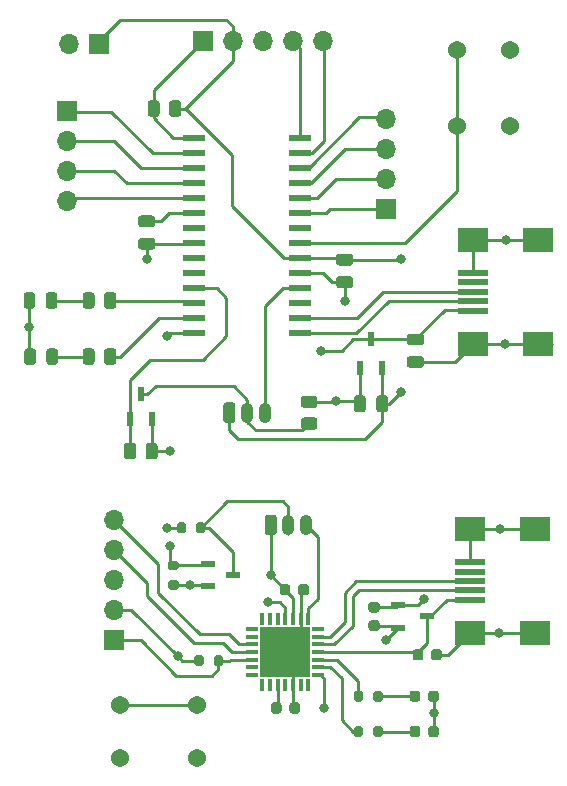
<source format=gbr>
G04 #@! TF.GenerationSoftware,KiCad,Pcbnew,(5.1.8)-1*
G04 #@! TF.CreationDate,2021-08-02T19:11:59-06:00*
G04 #@! TF.ProjectId,RCtoUSB,5243746f-5553-4422-9e6b-696361645f70,rev?*
G04 #@! TF.SameCoordinates,Original*
G04 #@! TF.FileFunction,Copper,L1,Top*
G04 #@! TF.FilePolarity,Positive*
%FSLAX46Y46*%
G04 Gerber Fmt 4.6, Leading zero omitted, Abs format (unit mm)*
G04 Created by KiCad (PCBNEW (5.1.8)-1) date 2021-08-02 19:11:59*
%MOMM*%
%LPD*%
G01*
G04 APERTURE LIST*
G04 #@! TA.AperFunction,SMDPad,CuDef*
%ADD10R,4.191000X4.191000*%
G04 #@! TD*
G04 #@! TA.AperFunction,SMDPad,CuDef*
%ADD11R,1.016000X0.304800*%
G04 #@! TD*
G04 #@! TA.AperFunction,SMDPad,CuDef*
%ADD12R,0.304800X1.016000*%
G04 #@! TD*
G04 #@! TA.AperFunction,SMDPad,CuDef*
%ADD13R,1.200000X0.600000*%
G04 #@! TD*
G04 #@! TA.AperFunction,SMDPad,CuDef*
%ADD14R,1.981200X0.558800*%
G04 #@! TD*
G04 #@! TA.AperFunction,SMDPad,CuDef*
%ADD15R,0.600000X1.200000*%
G04 #@! TD*
G04 #@! TA.AperFunction,ComponentPad*
%ADD16C,1.540000*%
G04 #@! TD*
G04 #@! TA.AperFunction,SMDPad,CuDef*
%ADD17R,1.300000X0.600000*%
G04 #@! TD*
G04 #@! TA.AperFunction,SMDPad,CuDef*
%ADD18R,0.600000X1.300000*%
G04 #@! TD*
G04 #@! TA.AperFunction,ComponentPad*
%ADD19O,1.700000X1.700000*%
G04 #@! TD*
G04 #@! TA.AperFunction,ComponentPad*
%ADD20R,1.700000X1.700000*%
G04 #@! TD*
G04 #@! TA.AperFunction,ComponentPad*
%ADD21O,1.030000X1.730000*%
G04 #@! TD*
G04 #@! TA.AperFunction,SMDPad,CuDef*
%ADD22R,2.500000X0.500000*%
G04 #@! TD*
G04 #@! TA.AperFunction,SMDPad,CuDef*
%ADD23R,2.500000X2.000000*%
G04 #@! TD*
G04 #@! TA.AperFunction,ViaPad*
%ADD24C,0.800000*%
G04 #@! TD*
G04 #@! TA.AperFunction,Conductor*
%ADD25C,0.250000*%
G04 #@! TD*
G04 APERTURE END LIST*
G04 #@! TA.AperFunction,SMDPad,CuDef*
G36*
G01*
X99175000Y-120025000D02*
X99175000Y-119475000D01*
G75*
G02*
X99375000Y-119275000I200000J0D01*
G01*
X99775000Y-119275000D01*
G75*
G02*
X99975000Y-119475000I0J-200000D01*
G01*
X99975000Y-120025000D01*
G75*
G02*
X99775000Y-120225000I-200000J0D01*
G01*
X99375000Y-120225000D01*
G75*
G02*
X99175000Y-120025000I0J200000D01*
G01*
G37*
G04 #@! TD.AperFunction*
G04 #@! TA.AperFunction,SMDPad,CuDef*
G36*
G01*
X97525000Y-120025000D02*
X97525000Y-119475000D01*
G75*
G02*
X97725000Y-119275000I200000J0D01*
G01*
X98125000Y-119275000D01*
G75*
G02*
X98325000Y-119475000I0J-200000D01*
G01*
X98325000Y-120025000D01*
G75*
G02*
X98125000Y-120225000I-200000J0D01*
G01*
X97725000Y-120225000D01*
G75*
G02*
X97525000Y-120025000I0J200000D01*
G01*
G37*
G04 #@! TD.AperFunction*
G04 #@! TA.AperFunction,SMDPad,CuDef*
G36*
G01*
X96825000Y-108225000D02*
X96825000Y-108775000D01*
G75*
G02*
X96625000Y-108975000I-200000J0D01*
G01*
X96225000Y-108975000D01*
G75*
G02*
X96025000Y-108775000I0J200000D01*
G01*
X96025000Y-108225000D01*
G75*
G02*
X96225000Y-108025000I200000J0D01*
G01*
X96625000Y-108025000D01*
G75*
G02*
X96825000Y-108225000I0J-200000D01*
G01*
G37*
G04 #@! TD.AperFunction*
G04 #@! TA.AperFunction,SMDPad,CuDef*
G36*
G01*
X98475000Y-108225000D02*
X98475000Y-108775000D01*
G75*
G02*
X98275000Y-108975000I-200000J0D01*
G01*
X97875000Y-108975000D01*
G75*
G02*
X97675000Y-108775000I0J200000D01*
G01*
X97675000Y-108225000D01*
G75*
G02*
X97875000Y-108025000I200000J0D01*
G01*
X98275000Y-108025000D01*
G75*
G02*
X98475000Y-108225000I0J-200000D01*
G01*
G37*
G04 #@! TD.AperFunction*
G04 #@! TA.AperFunction,SMDPad,CuDef*
G36*
G01*
X95475000Y-112925000D02*
X96025000Y-112925000D01*
G75*
G02*
X96225000Y-113125000I0J-200000D01*
G01*
X96225000Y-113525000D01*
G75*
G02*
X96025000Y-113725000I-200000J0D01*
G01*
X95475000Y-113725000D01*
G75*
G02*
X95275000Y-113525000I0J200000D01*
G01*
X95275000Y-113125000D01*
G75*
G02*
X95475000Y-112925000I200000J0D01*
G01*
G37*
G04 #@! TD.AperFunction*
G04 #@! TA.AperFunction,SMDPad,CuDef*
G36*
G01*
X95475000Y-111275000D02*
X96025000Y-111275000D01*
G75*
G02*
X96225000Y-111475000I0J-200000D01*
G01*
X96225000Y-111875000D01*
G75*
G02*
X96025000Y-112075000I-200000J0D01*
G01*
X95475000Y-112075000D01*
G75*
G02*
X95275000Y-111875000I0J200000D01*
G01*
X95275000Y-111475000D01*
G75*
G02*
X95475000Y-111275000I200000J0D01*
G01*
G37*
G04 #@! TD.AperFunction*
G04 #@! TA.AperFunction,SMDPad,CuDef*
G36*
G01*
X112675000Y-123025000D02*
X112675000Y-122475000D01*
G75*
G02*
X112875000Y-122275000I200000J0D01*
G01*
X113275000Y-122275000D01*
G75*
G02*
X113475000Y-122475000I0J-200000D01*
G01*
X113475000Y-123025000D01*
G75*
G02*
X113275000Y-123225000I-200000J0D01*
G01*
X112875000Y-123225000D01*
G75*
G02*
X112675000Y-123025000I0J200000D01*
G01*
G37*
G04 #@! TD.AperFunction*
G04 #@! TA.AperFunction,SMDPad,CuDef*
G36*
G01*
X111025000Y-123025000D02*
X111025000Y-122475000D01*
G75*
G02*
X111225000Y-122275000I200000J0D01*
G01*
X111625000Y-122275000D01*
G75*
G02*
X111825000Y-122475000I0J-200000D01*
G01*
X111825000Y-123025000D01*
G75*
G02*
X111625000Y-123225000I-200000J0D01*
G01*
X111225000Y-123225000D01*
G75*
G02*
X111025000Y-123025000I0J200000D01*
G01*
G37*
G04 #@! TD.AperFunction*
G04 #@! TA.AperFunction,SMDPad,CuDef*
G36*
G01*
X112675000Y-126025000D02*
X112675000Y-125475000D01*
G75*
G02*
X112875000Y-125275000I200000J0D01*
G01*
X113275000Y-125275000D01*
G75*
G02*
X113475000Y-125475000I0J-200000D01*
G01*
X113475000Y-126025000D01*
G75*
G02*
X113275000Y-126225000I-200000J0D01*
G01*
X112875000Y-126225000D01*
G75*
G02*
X112675000Y-126025000I0J200000D01*
G01*
G37*
G04 #@! TD.AperFunction*
G04 #@! TA.AperFunction,SMDPad,CuDef*
G36*
G01*
X111025000Y-126025000D02*
X111025000Y-125475000D01*
G75*
G02*
X111225000Y-125275000I200000J0D01*
G01*
X111625000Y-125275000D01*
G75*
G02*
X111825000Y-125475000I0J-200000D01*
G01*
X111825000Y-126025000D01*
G75*
G02*
X111625000Y-126225000I-200000J0D01*
G01*
X111225000Y-126225000D01*
G75*
G02*
X111025000Y-126025000I0J200000D01*
G01*
G37*
G04 #@! TD.AperFunction*
G04 #@! TA.AperFunction,SMDPad,CuDef*
G36*
G01*
X116650000Y-122493750D02*
X116650000Y-123006250D01*
G75*
G02*
X116431250Y-123225000I-218750J0D01*
G01*
X115993750Y-123225000D01*
G75*
G02*
X115775000Y-123006250I0J218750D01*
G01*
X115775000Y-122493750D01*
G75*
G02*
X115993750Y-122275000I218750J0D01*
G01*
X116431250Y-122275000D01*
G75*
G02*
X116650000Y-122493750I0J-218750D01*
G01*
G37*
G04 #@! TD.AperFunction*
G04 #@! TA.AperFunction,SMDPad,CuDef*
G36*
G01*
X118225000Y-122493750D02*
X118225000Y-123006250D01*
G75*
G02*
X118006250Y-123225000I-218750J0D01*
G01*
X117568750Y-123225000D01*
G75*
G02*
X117350000Y-123006250I0J218750D01*
G01*
X117350000Y-122493750D01*
G75*
G02*
X117568750Y-122275000I218750J0D01*
G01*
X118006250Y-122275000D01*
G75*
G02*
X118225000Y-122493750I0J-218750D01*
G01*
G37*
G04 #@! TD.AperFunction*
G04 #@! TA.AperFunction,SMDPad,CuDef*
G36*
G01*
X116650000Y-125493750D02*
X116650000Y-126006250D01*
G75*
G02*
X116431250Y-126225000I-218750J0D01*
G01*
X115993750Y-126225000D01*
G75*
G02*
X115775000Y-126006250I0J218750D01*
G01*
X115775000Y-125493750D01*
G75*
G02*
X115993750Y-125275000I218750J0D01*
G01*
X116431250Y-125275000D01*
G75*
G02*
X116650000Y-125493750I0J-218750D01*
G01*
G37*
G04 #@! TD.AperFunction*
G04 #@! TA.AperFunction,SMDPad,CuDef*
G36*
G01*
X118225000Y-125493750D02*
X118225000Y-126006250D01*
G75*
G02*
X118006250Y-126225000I-218750J0D01*
G01*
X117568750Y-126225000D01*
G75*
G02*
X117350000Y-126006250I0J218750D01*
G01*
X117350000Y-125493750D01*
G75*
G02*
X117568750Y-125275000I218750J0D01*
G01*
X118006250Y-125275000D01*
G75*
G02*
X118225000Y-125493750I0J-218750D01*
G01*
G37*
G04 #@! TD.AperFunction*
G04 #@! TA.AperFunction,SMDPad,CuDef*
G36*
G01*
X106325000Y-114000000D02*
X106325000Y-113500000D01*
G75*
G02*
X106550000Y-113275000I225000J0D01*
G01*
X107000000Y-113275000D01*
G75*
G02*
X107225000Y-113500000I0J-225000D01*
G01*
X107225000Y-114000000D01*
G75*
G02*
X107000000Y-114225000I-225000J0D01*
G01*
X106550000Y-114225000D01*
G75*
G02*
X106325000Y-114000000I0J225000D01*
G01*
G37*
G04 #@! TD.AperFunction*
G04 #@! TA.AperFunction,SMDPad,CuDef*
G36*
G01*
X104775000Y-114000000D02*
X104775000Y-113500000D01*
G75*
G02*
X105000000Y-113275000I225000J0D01*
G01*
X105450000Y-113275000D01*
G75*
G02*
X105675000Y-113500000I0J-225000D01*
G01*
X105675000Y-114000000D01*
G75*
G02*
X105450000Y-114225000I-225000J0D01*
G01*
X105000000Y-114225000D01*
G75*
G02*
X104775000Y-114000000I0J225000D01*
G01*
G37*
G04 #@! TD.AperFunction*
G04 #@! TA.AperFunction,SMDPad,CuDef*
G36*
G01*
X117575000Y-119500000D02*
X117575000Y-119000000D01*
G75*
G02*
X117800000Y-118775000I225000J0D01*
G01*
X118250000Y-118775000D01*
G75*
G02*
X118475000Y-119000000I0J-225000D01*
G01*
X118475000Y-119500000D01*
G75*
G02*
X118250000Y-119725000I-225000J0D01*
G01*
X117800000Y-119725000D01*
G75*
G02*
X117575000Y-119500000I0J225000D01*
G01*
G37*
G04 #@! TD.AperFunction*
G04 #@! TA.AperFunction,SMDPad,CuDef*
G36*
G01*
X116025000Y-119500000D02*
X116025000Y-119000000D01*
G75*
G02*
X116250000Y-118775000I225000J0D01*
G01*
X116700000Y-118775000D01*
G75*
G02*
X116925000Y-119000000I0J-225000D01*
G01*
X116925000Y-119500000D01*
G75*
G02*
X116700000Y-119725000I-225000J0D01*
G01*
X116250000Y-119725000D01*
G75*
G02*
X116025000Y-119500000I0J225000D01*
G01*
G37*
G04 #@! TD.AperFunction*
G04 #@! TA.AperFunction,SMDPad,CuDef*
G36*
G01*
X105575000Y-124000000D02*
X105575000Y-123500000D01*
G75*
G02*
X105800000Y-123275000I225000J0D01*
G01*
X106250000Y-123275000D01*
G75*
G02*
X106475000Y-123500000I0J-225000D01*
G01*
X106475000Y-124000000D01*
G75*
G02*
X106250000Y-124225000I-225000J0D01*
G01*
X105800000Y-124225000D01*
G75*
G02*
X105575000Y-124000000I0J225000D01*
G01*
G37*
G04 #@! TD.AperFunction*
G04 #@! TA.AperFunction,SMDPad,CuDef*
G36*
G01*
X104025000Y-124000000D02*
X104025000Y-123500000D01*
G75*
G02*
X104250000Y-123275000I225000J0D01*
G01*
X104700000Y-123275000D01*
G75*
G02*
X104925000Y-123500000I0J-225000D01*
G01*
X104925000Y-124000000D01*
G75*
G02*
X104700000Y-124225000I-225000J0D01*
G01*
X104250000Y-124225000D01*
G75*
G02*
X104025000Y-124000000I0J225000D01*
G01*
G37*
G04 #@! TD.AperFunction*
G04 #@! TA.AperFunction,SMDPad,CuDef*
G36*
G01*
X113000000Y-115675000D02*
X112500000Y-115675000D01*
G75*
G02*
X112275000Y-115450000I0J225000D01*
G01*
X112275000Y-115000000D01*
G75*
G02*
X112500000Y-114775000I225000J0D01*
G01*
X113000000Y-114775000D01*
G75*
G02*
X113225000Y-115000000I0J-225000D01*
G01*
X113225000Y-115450000D01*
G75*
G02*
X113000000Y-115675000I-225000J0D01*
G01*
G37*
G04 #@! TD.AperFunction*
G04 #@! TA.AperFunction,SMDPad,CuDef*
G36*
G01*
X113000000Y-117225000D02*
X112500000Y-117225000D01*
G75*
G02*
X112275000Y-117000000I0J225000D01*
G01*
X112275000Y-116550000D01*
G75*
G02*
X112500000Y-116325000I225000J0D01*
G01*
X113000000Y-116325000D01*
G75*
G02*
X113225000Y-116550000I0J-225000D01*
G01*
X113225000Y-117000000D01*
G75*
G02*
X113000000Y-117225000I-225000J0D01*
G01*
G37*
G04 #@! TD.AperFunction*
D10*
X105250000Y-119000000D03*
D11*
X102456000Y-120949999D03*
X102456000Y-120300000D03*
X102456000Y-119649999D03*
X102456000Y-119000000D03*
X102456000Y-118349999D03*
X102456000Y-117700000D03*
X102456000Y-117049999D03*
D12*
X103300001Y-116206000D03*
X103950000Y-116206000D03*
X104600001Y-116206000D03*
X105250000Y-116206000D03*
X105900001Y-116206000D03*
X106550000Y-116206000D03*
X107200001Y-116206000D03*
D11*
X108044000Y-117050001D03*
X108044000Y-117700000D03*
X108044000Y-118350001D03*
X108044000Y-119000000D03*
X108044000Y-119650001D03*
X108044000Y-120300000D03*
X108044000Y-120950001D03*
D12*
X107199999Y-121794000D03*
X106550000Y-121794000D03*
X105899999Y-121794000D03*
X105250000Y-121794000D03*
X104600001Y-121794000D03*
X103950000Y-121794000D03*
X103299999Y-121794000D03*
D13*
X117250000Y-116000000D03*
X114750000Y-116950000D03*
X114750000Y-115050000D03*
D14*
X106521200Y-75495000D03*
X106521200Y-76765000D03*
X106521200Y-78035000D03*
X106521200Y-79305000D03*
X106521200Y-80575000D03*
X106521200Y-81845000D03*
X106521200Y-83115000D03*
X106521200Y-84385000D03*
X106521200Y-85655000D03*
X106521200Y-86925000D03*
X106521200Y-88195000D03*
X106521200Y-89465000D03*
X106521200Y-90735000D03*
X106521200Y-92005000D03*
X97478800Y-92005000D03*
X97478800Y-90735000D03*
X97478800Y-89465000D03*
X97478800Y-88195000D03*
X97478800Y-86925000D03*
X97478800Y-85655000D03*
X97478800Y-84385000D03*
X97478800Y-83115000D03*
X97478800Y-81845000D03*
X97478800Y-80575000D03*
X97478800Y-79305000D03*
X97478800Y-78035000D03*
X97478800Y-76765000D03*
X97478800Y-75495000D03*
D15*
X112500000Y-92500000D03*
X113450000Y-95000000D03*
X111550000Y-95000000D03*
D16*
X91250000Y-123500000D03*
X97750000Y-123500000D03*
X91250000Y-128000000D03*
X97750000Y-128000000D03*
X119750000Y-74500000D03*
X119750000Y-68000000D03*
X124250000Y-74500000D03*
X124250000Y-68000000D03*
G04 #@! TA.AperFunction,SMDPad,CuDef*
G36*
G01*
X107700002Y-98350000D02*
X106799998Y-98350000D01*
G75*
G02*
X106550000Y-98100002I0J249998D01*
G01*
X106550000Y-97574998D01*
G75*
G02*
X106799998Y-97325000I249998J0D01*
G01*
X107700002Y-97325000D01*
G75*
G02*
X107950000Y-97574998I0J-249998D01*
G01*
X107950000Y-98100002D01*
G75*
G02*
X107700002Y-98350000I-249998J0D01*
G01*
G37*
G04 #@! TD.AperFunction*
G04 #@! TA.AperFunction,SMDPad,CuDef*
G36*
G01*
X107700002Y-100175000D02*
X106799998Y-100175000D01*
G75*
G02*
X106550000Y-99925002I0J249998D01*
G01*
X106550000Y-99399998D01*
G75*
G02*
X106799998Y-99150000I249998J0D01*
G01*
X107700002Y-99150000D01*
G75*
G02*
X107950000Y-99399998I0J-249998D01*
G01*
X107950000Y-99925002D01*
G75*
G02*
X107700002Y-100175000I-249998J0D01*
G01*
G37*
G04 #@! TD.AperFunction*
G04 #@! TA.AperFunction,SMDPad,CuDef*
G36*
G01*
X93400000Y-102450002D02*
X93400000Y-101549998D01*
G75*
G02*
X93649998Y-101300000I249998J0D01*
G01*
X94175002Y-101300000D01*
G75*
G02*
X94425000Y-101549998I0J-249998D01*
G01*
X94425000Y-102450002D01*
G75*
G02*
X94175002Y-102700000I-249998J0D01*
G01*
X93649998Y-102700000D01*
G75*
G02*
X93400000Y-102450002I0J249998D01*
G01*
G37*
G04 #@! TD.AperFunction*
G04 #@! TA.AperFunction,SMDPad,CuDef*
G36*
G01*
X91575000Y-102450002D02*
X91575000Y-101549998D01*
G75*
G02*
X91824998Y-101300000I249998J0D01*
G01*
X92350002Y-101300000D01*
G75*
G02*
X92600000Y-101549998I0J-249998D01*
G01*
X92600000Y-102450002D01*
G75*
G02*
X92350002Y-102700000I-249998J0D01*
G01*
X91824998Y-102700000D01*
G75*
G02*
X91575000Y-102450002I0J249998D01*
G01*
G37*
G04 #@! TD.AperFunction*
G04 #@! TA.AperFunction,SMDPad,CuDef*
G36*
G01*
X94600000Y-72549998D02*
X94600000Y-73450002D01*
G75*
G02*
X94350002Y-73700000I-249998J0D01*
G01*
X93824998Y-73700000D01*
G75*
G02*
X93575000Y-73450002I0J249998D01*
G01*
X93575000Y-72549998D01*
G75*
G02*
X93824998Y-72300000I249998J0D01*
G01*
X94350002Y-72300000D01*
G75*
G02*
X94600000Y-72549998I0J-249998D01*
G01*
G37*
G04 #@! TD.AperFunction*
G04 #@! TA.AperFunction,SMDPad,CuDef*
G36*
G01*
X96425000Y-72549998D02*
X96425000Y-73450002D01*
G75*
G02*
X96175002Y-73700000I-249998J0D01*
G01*
X95649998Y-73700000D01*
G75*
G02*
X95400000Y-73450002I0J249998D01*
G01*
X95400000Y-72549998D01*
G75*
G02*
X95649998Y-72300000I249998J0D01*
G01*
X96175002Y-72300000D01*
G75*
G02*
X96425000Y-72549998I0J-249998D01*
G01*
G37*
G04 #@! TD.AperFunction*
G04 #@! TA.AperFunction,SMDPad,CuDef*
G36*
G01*
X89100000Y-93549998D02*
X89100000Y-94450002D01*
G75*
G02*
X88850002Y-94700000I-249998J0D01*
G01*
X88324998Y-94700000D01*
G75*
G02*
X88075000Y-94450002I0J249998D01*
G01*
X88075000Y-93549998D01*
G75*
G02*
X88324998Y-93300000I249998J0D01*
G01*
X88850002Y-93300000D01*
G75*
G02*
X89100000Y-93549998I0J-249998D01*
G01*
G37*
G04 #@! TD.AperFunction*
G04 #@! TA.AperFunction,SMDPad,CuDef*
G36*
G01*
X90925000Y-93549998D02*
X90925000Y-94450002D01*
G75*
G02*
X90675002Y-94700000I-249998J0D01*
G01*
X90149998Y-94700000D01*
G75*
G02*
X89900000Y-94450002I0J249998D01*
G01*
X89900000Y-93549998D01*
G75*
G02*
X90149998Y-93300000I249998J0D01*
G01*
X90675002Y-93300000D01*
G75*
G02*
X90925000Y-93549998I0J-249998D01*
G01*
G37*
G04 #@! TD.AperFunction*
G04 #@! TA.AperFunction,SMDPad,CuDef*
G36*
G01*
X89100000Y-88799998D02*
X89100000Y-89700002D01*
G75*
G02*
X88850002Y-89950000I-249998J0D01*
G01*
X88324998Y-89950000D01*
G75*
G02*
X88075000Y-89700002I0J249998D01*
G01*
X88075000Y-88799998D01*
G75*
G02*
X88324998Y-88550000I249998J0D01*
G01*
X88850002Y-88550000D01*
G75*
G02*
X89100000Y-88799998I0J-249998D01*
G01*
G37*
G04 #@! TD.AperFunction*
G04 #@! TA.AperFunction,SMDPad,CuDef*
G36*
G01*
X90925000Y-88799998D02*
X90925000Y-89700002D01*
G75*
G02*
X90675002Y-89950000I-249998J0D01*
G01*
X90149998Y-89950000D01*
G75*
G02*
X89900000Y-89700002I0J249998D01*
G01*
X89900000Y-88799998D01*
G75*
G02*
X90149998Y-88550000I249998J0D01*
G01*
X90675002Y-88550000D01*
G75*
G02*
X90925000Y-88799998I0J-249998D01*
G01*
G37*
G04 #@! TD.AperFunction*
D17*
X98700000Y-111550000D03*
X98700000Y-113450000D03*
X100800000Y-112500000D03*
D18*
X92050000Y-99300000D03*
X93950000Y-99300000D03*
X93000000Y-97200000D03*
D19*
X90750000Y-107840000D03*
X90750000Y-110380000D03*
X90750000Y-112920000D03*
X90750000Y-115460000D03*
D20*
X90750000Y-118000000D03*
D21*
X107000000Y-108250000D03*
X105500000Y-108250000D03*
G04 #@! TA.AperFunction,ComponentPad*
G36*
G01*
X103485000Y-108865003D02*
X103485000Y-107634997D01*
G75*
G02*
X103734997Y-107385000I249997J0D01*
G01*
X104265003Y-107385000D01*
G75*
G02*
X104515000Y-107634997I0J-249997D01*
G01*
X104515000Y-108865003D01*
G75*
G02*
X104265003Y-109115000I-249997J0D01*
G01*
X103734997Y-109115000D01*
G75*
G02*
X103485000Y-108865003I0J249997D01*
G01*
G37*
G04 #@! TD.AperFunction*
D22*
X120900000Y-111400000D03*
X120900000Y-112200000D03*
X120900000Y-113000000D03*
X120900000Y-113800000D03*
X120900000Y-114600000D03*
D23*
X120900000Y-108600000D03*
X120900000Y-117400000D03*
X126400000Y-108600000D03*
X126400000Y-117400000D03*
D22*
X121150000Y-86900000D03*
X121150000Y-87700000D03*
X121150000Y-88500000D03*
X121150000Y-89300000D03*
X121150000Y-90100000D03*
D23*
X121150000Y-84100000D03*
X121150000Y-92900000D03*
X126650000Y-84100000D03*
X126650000Y-92900000D03*
D19*
X113750000Y-73880000D03*
X113750000Y-76420000D03*
X113750000Y-78960000D03*
D20*
X113750000Y-81500000D03*
D19*
X108410000Y-67250000D03*
X105870000Y-67250000D03*
X103330000Y-67250000D03*
X100790000Y-67250000D03*
D20*
X98250000Y-67250000D03*
D21*
X103500000Y-98750000D03*
X102000000Y-98750000D03*
G04 #@! TA.AperFunction,ComponentPad*
G36*
G01*
X99985000Y-99365003D02*
X99985000Y-98134997D01*
G75*
G02*
X100234997Y-97885000I249997J0D01*
G01*
X100765003Y-97885000D01*
G75*
G02*
X101015000Y-98134997I0J-249997D01*
G01*
X101015000Y-99365003D01*
G75*
G02*
X100765003Y-99615000I-249997J0D01*
G01*
X100234997Y-99615000D01*
G75*
G02*
X99985000Y-99365003I0J249997D01*
G01*
G37*
G04 #@! TD.AperFunction*
D19*
X86750000Y-80790000D03*
X86750000Y-78250000D03*
X86750000Y-75710000D03*
D20*
X86750000Y-73170000D03*
D19*
X86960000Y-67500000D03*
D20*
X89500000Y-67500000D03*
G04 #@! TA.AperFunction,SMDPad,CuDef*
G36*
G01*
X85012500Y-94456250D02*
X85012500Y-93543750D01*
G75*
G02*
X85256250Y-93300000I243750J0D01*
G01*
X85743750Y-93300000D01*
G75*
G02*
X85987500Y-93543750I0J-243750D01*
G01*
X85987500Y-94456250D01*
G75*
G02*
X85743750Y-94700000I-243750J0D01*
G01*
X85256250Y-94700000D01*
G75*
G02*
X85012500Y-94456250I0J243750D01*
G01*
G37*
G04 #@! TD.AperFunction*
G04 #@! TA.AperFunction,SMDPad,CuDef*
G36*
G01*
X83137500Y-94456250D02*
X83137500Y-93543750D01*
G75*
G02*
X83381250Y-93300000I243750J0D01*
G01*
X83868750Y-93300000D01*
G75*
G02*
X84112500Y-93543750I0J-243750D01*
G01*
X84112500Y-94456250D01*
G75*
G02*
X83868750Y-94700000I-243750J0D01*
G01*
X83381250Y-94700000D01*
G75*
G02*
X83137500Y-94456250I0J243750D01*
G01*
G37*
G04 #@! TD.AperFunction*
G04 #@! TA.AperFunction,SMDPad,CuDef*
G36*
G01*
X84950000Y-89706250D02*
X84950000Y-88793750D01*
G75*
G02*
X85193750Y-88550000I243750J0D01*
G01*
X85681250Y-88550000D01*
G75*
G02*
X85925000Y-88793750I0J-243750D01*
G01*
X85925000Y-89706250D01*
G75*
G02*
X85681250Y-89950000I-243750J0D01*
G01*
X85193750Y-89950000D01*
G75*
G02*
X84950000Y-89706250I0J243750D01*
G01*
G37*
G04 #@! TD.AperFunction*
G04 #@! TA.AperFunction,SMDPad,CuDef*
G36*
G01*
X83075000Y-89706250D02*
X83075000Y-88793750D01*
G75*
G02*
X83318750Y-88550000I243750J0D01*
G01*
X83806250Y-88550000D01*
G75*
G02*
X84050000Y-88793750I0J-243750D01*
G01*
X84050000Y-89706250D01*
G75*
G02*
X83806250Y-89950000I-243750J0D01*
G01*
X83318750Y-89950000D01*
G75*
G02*
X83075000Y-89706250I0J243750D01*
G01*
G37*
G04 #@! TD.AperFunction*
G04 #@! TA.AperFunction,SMDPad,CuDef*
G36*
G01*
X109775000Y-87200000D02*
X110725000Y-87200000D01*
G75*
G02*
X110975000Y-87450000I0J-250000D01*
G01*
X110975000Y-87950000D01*
G75*
G02*
X110725000Y-88200000I-250000J0D01*
G01*
X109775000Y-88200000D01*
G75*
G02*
X109525000Y-87950000I0J250000D01*
G01*
X109525000Y-87450000D01*
G75*
G02*
X109775000Y-87200000I250000J0D01*
G01*
G37*
G04 #@! TD.AperFunction*
G04 #@! TA.AperFunction,SMDPad,CuDef*
G36*
G01*
X109775000Y-85300000D02*
X110725000Y-85300000D01*
G75*
G02*
X110975000Y-85550000I0J-250000D01*
G01*
X110975000Y-86050000D01*
G75*
G02*
X110725000Y-86300000I-250000J0D01*
G01*
X109775000Y-86300000D01*
G75*
G02*
X109525000Y-86050000I0J250000D01*
G01*
X109525000Y-85550000D01*
G75*
G02*
X109775000Y-85300000I250000J0D01*
G01*
G37*
G04 #@! TD.AperFunction*
G04 #@! TA.AperFunction,SMDPad,CuDef*
G36*
G01*
X115775000Y-93950000D02*
X116725000Y-93950000D01*
G75*
G02*
X116975000Y-94200000I0J-250000D01*
G01*
X116975000Y-94700000D01*
G75*
G02*
X116725000Y-94950000I-250000J0D01*
G01*
X115775000Y-94950000D01*
G75*
G02*
X115525000Y-94700000I0J250000D01*
G01*
X115525000Y-94200000D01*
G75*
G02*
X115775000Y-93950000I250000J0D01*
G01*
G37*
G04 #@! TD.AperFunction*
G04 #@! TA.AperFunction,SMDPad,CuDef*
G36*
G01*
X115775000Y-92050000D02*
X116725000Y-92050000D01*
G75*
G02*
X116975000Y-92300000I0J-250000D01*
G01*
X116975000Y-92800000D01*
G75*
G02*
X116725000Y-93050000I-250000J0D01*
G01*
X115775000Y-93050000D01*
G75*
G02*
X115525000Y-92800000I0J250000D01*
G01*
X115525000Y-92300000D01*
G75*
G02*
X115775000Y-92050000I250000J0D01*
G01*
G37*
G04 #@! TD.AperFunction*
G04 #@! TA.AperFunction,SMDPad,CuDef*
G36*
G01*
X93025000Y-83950000D02*
X93975000Y-83950000D01*
G75*
G02*
X94225000Y-84200000I0J-250000D01*
G01*
X94225000Y-84700000D01*
G75*
G02*
X93975000Y-84950000I-250000J0D01*
G01*
X93025000Y-84950000D01*
G75*
G02*
X92775000Y-84700000I0J250000D01*
G01*
X92775000Y-84200000D01*
G75*
G02*
X93025000Y-83950000I250000J0D01*
G01*
G37*
G04 #@! TD.AperFunction*
G04 #@! TA.AperFunction,SMDPad,CuDef*
G36*
G01*
X93025000Y-82050000D02*
X93975000Y-82050000D01*
G75*
G02*
X94225000Y-82300000I0J-250000D01*
G01*
X94225000Y-82800000D01*
G75*
G02*
X93975000Y-83050000I-250000J0D01*
G01*
X93025000Y-83050000D01*
G75*
G02*
X92775000Y-82800000I0J250000D01*
G01*
X92775000Y-82300000D01*
G75*
G02*
X93025000Y-82050000I250000J0D01*
G01*
G37*
G04 #@! TD.AperFunction*
G04 #@! TA.AperFunction,SMDPad,CuDef*
G36*
G01*
X112050000Y-97525000D02*
X112050000Y-98475000D01*
G75*
G02*
X111800000Y-98725000I-250000J0D01*
G01*
X111300000Y-98725000D01*
G75*
G02*
X111050000Y-98475000I0J250000D01*
G01*
X111050000Y-97525000D01*
G75*
G02*
X111300000Y-97275000I250000J0D01*
G01*
X111800000Y-97275000D01*
G75*
G02*
X112050000Y-97525000I0J-250000D01*
G01*
G37*
G04 #@! TD.AperFunction*
G04 #@! TA.AperFunction,SMDPad,CuDef*
G36*
G01*
X113950000Y-97525000D02*
X113950000Y-98475000D01*
G75*
G02*
X113700000Y-98725000I-250000J0D01*
G01*
X113200000Y-98725000D01*
G75*
G02*
X112950000Y-98475000I0J250000D01*
G01*
X112950000Y-97525000D01*
G75*
G02*
X113200000Y-97275000I250000J0D01*
G01*
X113700000Y-97275000D01*
G75*
G02*
X113950000Y-97525000I0J-250000D01*
G01*
G37*
G04 #@! TD.AperFunction*
D24*
X83500000Y-91500000D03*
X95500000Y-102000000D03*
X109500000Y-97750000D03*
X123850000Y-92900000D03*
X123900000Y-84100000D03*
X110250000Y-89250000D03*
X93500000Y-85750000D03*
X115000000Y-97000000D03*
X115000000Y-85750000D03*
X113750000Y-118000000D03*
X104000000Y-112500000D03*
X96125000Y-119375000D03*
X108250000Y-93500000D03*
X95250000Y-92250000D03*
X106500000Y-120250000D03*
X104000000Y-117750000D03*
X123350000Y-117400000D03*
X123400000Y-108600000D03*
X117787500Y-124212500D03*
X117000000Y-114500000D03*
X97175000Y-113325000D03*
X95250000Y-108500000D03*
X108500000Y-123750000D03*
X95500000Y-110000000D03*
X103750000Y-114750000D03*
D25*
X106521200Y-86925000D02*
X108425000Y-86925000D01*
X109200000Y-87700000D02*
X110250000Y-87700000D01*
X108425000Y-86925000D02*
X109200000Y-87700000D01*
X121150000Y-92900000D02*
X123850000Y-92900000D01*
X121150000Y-84100000D02*
X123900000Y-84100000D01*
X97413800Y-84450000D02*
X97478800Y-84385000D01*
X93500000Y-84450000D02*
X97413800Y-84450000D01*
X93912500Y-102000000D02*
X93912500Y-99337500D01*
X83500000Y-89437500D02*
X83312500Y-89250000D01*
X83500000Y-91500000D02*
X83500000Y-89437500D01*
X83500000Y-93875000D02*
X83625000Y-94000000D01*
X83500000Y-91500000D02*
X83500000Y-93875000D01*
X93912500Y-102000000D02*
X95500000Y-102000000D01*
X123850000Y-92900000D02*
X127850000Y-92900000D01*
X123900000Y-84100000D02*
X126650000Y-84100000D01*
X110250000Y-87700000D02*
X110250000Y-89250000D01*
X111300000Y-97750000D02*
X111550000Y-98000000D01*
X109500000Y-97750000D02*
X111300000Y-97750000D01*
X109412500Y-97837500D02*
X109500000Y-97750000D01*
X107250000Y-97837500D02*
X109412500Y-97837500D01*
X93500000Y-84450000D02*
X93500000Y-85750000D01*
X111550000Y-95000000D02*
X111550000Y-98000000D01*
X119600000Y-94450000D02*
X121150000Y-92900000D01*
X116250000Y-94450000D02*
X119600000Y-94450000D01*
X121150000Y-86900000D02*
X121150000Y-84100000D01*
X110105000Y-85655000D02*
X110250000Y-85800000D01*
X106521200Y-85655000D02*
X110105000Y-85655000D01*
X95912500Y-73000000D02*
X96750000Y-73000000D01*
X100790000Y-68960000D02*
X100790000Y-67250000D01*
X96750000Y-73000000D02*
X100790000Y-68960000D01*
X113450000Y-95000000D02*
X113450000Y-98000000D01*
X100500000Y-98750000D02*
X100500000Y-100250000D01*
X100500000Y-100250000D02*
X101250000Y-101000000D01*
X101250000Y-101000000D02*
X112000000Y-101000000D01*
X113450000Y-99550000D02*
X113450000Y-98000000D01*
X112000000Y-101000000D02*
X113450000Y-99550000D01*
X106521200Y-85655000D02*
X105155000Y-85655000D01*
X105155000Y-85655000D02*
X100750000Y-81250000D01*
X96838802Y-73000000D02*
X95912500Y-73000000D01*
X100750000Y-76911198D02*
X96838802Y-73000000D01*
X100750000Y-81250000D02*
X100750000Y-76911198D01*
X114000000Y-98000000D02*
X115000000Y-97000000D01*
X113450000Y-98000000D02*
X114000000Y-98000000D01*
X114950000Y-85800000D02*
X115000000Y-85750000D01*
X110250000Y-85800000D02*
X114950000Y-85800000D01*
X105900001Y-114425001D02*
X105225000Y-113750000D01*
X105900001Y-116206000D02*
X105900001Y-114425001D01*
X114575000Y-116775000D02*
X114750000Y-116950000D01*
X112750000Y-116775000D02*
X114575000Y-116775000D01*
X90750000Y-115460000D02*
X92210000Y-115460000D01*
X96500000Y-119750000D02*
X97925000Y-119750000D01*
X92210000Y-115460000D02*
X96125000Y-119375000D01*
X104000000Y-112525000D02*
X105225000Y-113750000D01*
X104000000Y-108250000D02*
X104000000Y-112500000D01*
X114750000Y-116950000D02*
X114750000Y-117000000D01*
X114750000Y-117000000D02*
X113750000Y-118000000D01*
X104000000Y-112500000D02*
X104000000Y-112525000D01*
X96125000Y-119375000D02*
X96500000Y-119750000D01*
X89500000Y-67500000D02*
X89500000Y-67250000D01*
X89500000Y-67250000D02*
X91250000Y-65500000D01*
X91250000Y-65500000D02*
X100250000Y-65500000D01*
X100790000Y-66040000D02*
X100790000Y-67250000D01*
X100250000Y-65500000D02*
X100790000Y-66040000D01*
X93500000Y-82550000D02*
X94700000Y-82550000D01*
X95405000Y-81845000D02*
X97478800Y-81845000D01*
X94700000Y-82550000D02*
X95405000Y-81845000D01*
X116250000Y-92550000D02*
X118750000Y-90050000D01*
X118750000Y-90050000D02*
X121300000Y-90050000D01*
X116200000Y-92500000D02*
X116250000Y-92550000D01*
X112500000Y-92500000D02*
X116200000Y-92500000D01*
X108250000Y-93500000D02*
X110000000Y-93500000D01*
X111000000Y-92500000D02*
X112500000Y-92500000D01*
X110000000Y-93500000D02*
X111000000Y-92500000D01*
X95495000Y-92005000D02*
X95250000Y-92250000D01*
X97478800Y-92005000D02*
X95495000Y-92005000D01*
X105899999Y-119649999D02*
X105250000Y-119000000D01*
X105899999Y-121794000D02*
X105899999Y-119649999D01*
X106550000Y-117700000D02*
X105250000Y-119000000D01*
X106550000Y-116206000D02*
X106550000Y-117700000D01*
X106550000Y-113975000D02*
X106775000Y-113750000D01*
X106550000Y-116206000D02*
X106550000Y-113975000D01*
X120900000Y-117400000D02*
X123350000Y-117400000D01*
X120900000Y-108600000D02*
X123400000Y-108600000D01*
X117787500Y-122750000D02*
X117787500Y-124212500D01*
X114575000Y-115225000D02*
X114750000Y-115050000D01*
X112750000Y-115225000D02*
X114575000Y-115225000D01*
X98575000Y-113325000D02*
X98700000Y-113450000D01*
X95750000Y-113325000D02*
X97175000Y-113325000D01*
X123350000Y-117400000D02*
X126400000Y-117400000D01*
X123400000Y-108600000D02*
X126400000Y-108600000D01*
X117787500Y-124212500D02*
X117787500Y-125750000D01*
X119050000Y-119250000D02*
X120900000Y-117400000D01*
X118025000Y-119250000D02*
X119050000Y-119250000D01*
X116450000Y-115050000D02*
X117000000Y-114500000D01*
X114750000Y-115050000D02*
X116450000Y-115050000D01*
X97175000Y-113325000D02*
X98575000Y-113325000D01*
X95250000Y-108500000D02*
X96425000Y-108500000D01*
X105899999Y-123624999D02*
X106025000Y-123750000D01*
X105899999Y-121794000D02*
X105899999Y-123624999D01*
X120900000Y-111400000D02*
X120900000Y-108600000D01*
X104600001Y-123624999D02*
X104475000Y-123750000D01*
X104600001Y-121794000D02*
X104600001Y-123624999D01*
X118900000Y-114600000D02*
X120900000Y-114600000D01*
X117500000Y-116000000D02*
X118900000Y-114600000D01*
X116225000Y-119000000D02*
X116475000Y-119250000D01*
X108044000Y-119000000D02*
X116225000Y-119000000D01*
X116475000Y-119250000D02*
X116475000Y-119025000D01*
X117250000Y-118250000D02*
X117250000Y-116000000D01*
X116475000Y-119025000D02*
X117250000Y-118250000D01*
X85187500Y-89250000D02*
X88587500Y-89250000D01*
X85500000Y-94000000D02*
X88587500Y-94000000D01*
X113075000Y-125750000D02*
X116212500Y-125750000D01*
X113075000Y-122750000D02*
X116212500Y-122750000D01*
X86965000Y-80575000D02*
X86750000Y-80790000D01*
X97478800Y-80575000D02*
X86965000Y-80575000D01*
X97478800Y-79305000D02*
X91805000Y-79305000D01*
X90750000Y-78250000D02*
X86750000Y-78250000D01*
X91805000Y-79305000D02*
X90750000Y-78250000D01*
X97478800Y-78035000D02*
X93035000Y-78035000D01*
X90710000Y-75710000D02*
X86750000Y-75710000D01*
X93035000Y-78035000D02*
X90710000Y-75710000D01*
X97478800Y-76765000D02*
X94015000Y-76765000D01*
X94015000Y-76765000D02*
X90500000Y-73250000D01*
X86830000Y-73250000D02*
X86750000Y-73170000D01*
X90500000Y-73250000D02*
X86830000Y-73250000D01*
X103500000Y-98750000D02*
X103500000Y-89750000D01*
X105055000Y-88195000D02*
X106521200Y-88195000D01*
X103500000Y-89750000D02*
X105055000Y-88195000D01*
X93000000Y-97200000D02*
X93550000Y-97200000D01*
X93550000Y-97200000D02*
X94250000Y-96500000D01*
X102000000Y-97635000D02*
X102000000Y-98750000D01*
X100865000Y-96500000D02*
X102000000Y-97635000D01*
X94250000Y-96500000D02*
X100865000Y-96500000D01*
X102000000Y-98750000D02*
X102000000Y-99500000D01*
X102000000Y-99500000D02*
X102750000Y-100250000D01*
X106662500Y-100250000D02*
X107250000Y-99662500D01*
X102750000Y-100250000D02*
X106662500Y-100250000D01*
X106521200Y-76765000D02*
X107485000Y-76765000D01*
X107485000Y-76765000D02*
X108500000Y-75750000D01*
X108500000Y-67340000D02*
X108410000Y-67250000D01*
X108500000Y-75750000D02*
X108500000Y-67340000D01*
X106521200Y-67901200D02*
X105870000Y-67250000D01*
X106521200Y-75495000D02*
X106521200Y-67901200D01*
X94087500Y-73000000D02*
X94087500Y-73837500D01*
X95745000Y-75495000D02*
X97478800Y-75495000D01*
X94087500Y-73837500D02*
X95745000Y-75495000D01*
X94087500Y-71412500D02*
X98250000Y-67250000D01*
X94087500Y-73000000D02*
X94087500Y-71412500D01*
X106521200Y-78035000D02*
X107215000Y-78035000D01*
X107215000Y-78035000D02*
X111500000Y-73750000D01*
X113620000Y-73750000D02*
X113750000Y-73880000D01*
X111500000Y-73750000D02*
X113620000Y-73750000D01*
X106521200Y-79305000D02*
X107445000Y-79305000D01*
X110330000Y-76420000D02*
X113750000Y-76420000D01*
X107445000Y-79305000D02*
X110330000Y-76420000D01*
X106521200Y-80575000D02*
X107925000Y-80575000D01*
X109540000Y-78960000D02*
X113750000Y-78960000D01*
X107925000Y-80575000D02*
X109540000Y-78960000D01*
X106521200Y-81845000D02*
X108655000Y-81845000D01*
X109000000Y-81500000D02*
X113750000Y-81500000D01*
X108655000Y-81845000D02*
X109000000Y-81500000D01*
X106521200Y-90735000D02*
X111265000Y-90735000D01*
X113500000Y-88500000D02*
X121150000Y-88500000D01*
X111265000Y-90735000D02*
X113500000Y-88500000D01*
X106521200Y-92005000D02*
X111245000Y-92005000D01*
X111245000Y-92005000D02*
X114000000Y-89250000D01*
X121100000Y-89250000D02*
X121150000Y-89300000D01*
X114000000Y-89250000D02*
X121100000Y-89250000D01*
X108044000Y-117700000D02*
X109050000Y-117700000D01*
X109050000Y-117700000D02*
X110250000Y-116500000D01*
X110250000Y-116500000D02*
X110250000Y-114000000D01*
X111250000Y-113000000D02*
X120900000Y-113000000D01*
X110250000Y-114000000D02*
X111250000Y-113000000D01*
X108044000Y-118350001D02*
X109399999Y-118350001D01*
X109399999Y-118350001D02*
X110949990Y-116800010D01*
X110949990Y-116800010D02*
X110949990Y-114300010D01*
X110949990Y-114300010D02*
X111500000Y-113750000D01*
X120850000Y-113750000D02*
X120900000Y-113800000D01*
X111500000Y-113750000D02*
X120850000Y-113750000D01*
X107200001Y-116206000D02*
X107200001Y-115299999D01*
X107200001Y-115299999D02*
X108000000Y-114500000D01*
X108000000Y-109250000D02*
X107000000Y-108250000D01*
X108000000Y-114500000D02*
X108000000Y-109250000D01*
X98075000Y-108500000D02*
X98750000Y-108500000D01*
X100800000Y-110550000D02*
X100800000Y-112500000D01*
X98750000Y-108500000D02*
X100800000Y-110550000D01*
X105500000Y-108250000D02*
X105500000Y-109000000D01*
X105500000Y-108250000D02*
X105500000Y-106750000D01*
X105500000Y-106750000D02*
X105000000Y-106250000D01*
X100325000Y-106250000D02*
X98075000Y-108500000D01*
X105000000Y-106250000D02*
X100325000Y-106250000D01*
X90750000Y-107840000D02*
X94500000Y-111590000D01*
X94500000Y-111590000D02*
X94500000Y-114000000D01*
X94500000Y-114000000D02*
X98000000Y-117500000D01*
X98000000Y-117500000D02*
X100500000Y-117500000D01*
X101349999Y-118349999D02*
X102456000Y-118349999D01*
X100500000Y-117500000D02*
X101349999Y-118349999D01*
X90750000Y-110380000D02*
X93500000Y-113130000D01*
X93500000Y-113130000D02*
X93500000Y-114250000D01*
X93500000Y-114250000D02*
X97500000Y-118250000D01*
X97500000Y-118250000D02*
X100000000Y-118250000D01*
X100750000Y-119000000D02*
X102456000Y-119000000D01*
X100000000Y-118250000D02*
X100750000Y-119000000D01*
X99575000Y-119750000D02*
X100500000Y-119750000D01*
X100600001Y-119649999D02*
X102456000Y-119649999D01*
X100500000Y-119750000D02*
X100600001Y-119649999D01*
X90750000Y-118000000D02*
X93000000Y-118000000D01*
X93000000Y-118000000D02*
X96000000Y-121000000D01*
X96000000Y-121000000D02*
X99000000Y-121000000D01*
X99575000Y-120425000D02*
X99575000Y-119750000D01*
X99000000Y-121000000D02*
X99575000Y-120425000D01*
X92050000Y-101962500D02*
X92087500Y-102000000D01*
X92050000Y-99300000D02*
X92050000Y-101962500D01*
X99445000Y-88195000D02*
X97478800Y-88195000D01*
X100250000Y-89000000D02*
X99445000Y-88195000D01*
X100250000Y-92250000D02*
X100250000Y-89000000D01*
X98250000Y-94250000D02*
X100250000Y-92250000D01*
X93750000Y-94250000D02*
X98250000Y-94250000D01*
X92050000Y-95950000D02*
X93750000Y-94250000D01*
X92050000Y-99300000D02*
X92050000Y-95950000D01*
X98575000Y-111675000D02*
X98700000Y-111550000D01*
X95750000Y-111675000D02*
X98575000Y-111675000D01*
X108044000Y-120950001D02*
X108200001Y-120950001D01*
X108200001Y-120950001D02*
X108500000Y-121250000D01*
X108500000Y-121250000D02*
X108500000Y-123750000D01*
X95500000Y-111425000D02*
X95750000Y-111675000D01*
X95500000Y-110000000D02*
X95500000Y-111425000D01*
X97263800Y-89250000D02*
X97478800Y-89465000D01*
X90412500Y-89250000D02*
X97263800Y-89250000D01*
X90412500Y-94000000D02*
X91250000Y-94000000D01*
X94515000Y-90735000D02*
X97478800Y-90735000D01*
X91250000Y-94000000D02*
X94515000Y-90735000D01*
X108044000Y-120300000D02*
X109050000Y-120300000D01*
X109050000Y-120300000D02*
X110000000Y-121250000D01*
X110000000Y-121250000D02*
X110000000Y-124750000D01*
X111000000Y-125750000D02*
X111425000Y-125750000D01*
X110000000Y-124750000D02*
X111000000Y-125750000D01*
X108044000Y-119650001D02*
X109650001Y-119650001D01*
X111425000Y-121425000D02*
X111425000Y-122750000D01*
X109650001Y-119650001D02*
X111425000Y-121425000D01*
X106521200Y-84385000D02*
X115365000Y-84385000D01*
X119750000Y-80000000D02*
X119750000Y-74500000D01*
X115365000Y-84385000D02*
X119750000Y-80000000D01*
X119750000Y-74500000D02*
X119750000Y-68000000D01*
X91250000Y-123500000D02*
X97750000Y-123500000D01*
X103750000Y-114750000D02*
X104750000Y-114750000D01*
X105250000Y-115250000D02*
X105250000Y-116206000D01*
X104750000Y-114750000D02*
X105250000Y-115250000D01*
M02*

</source>
